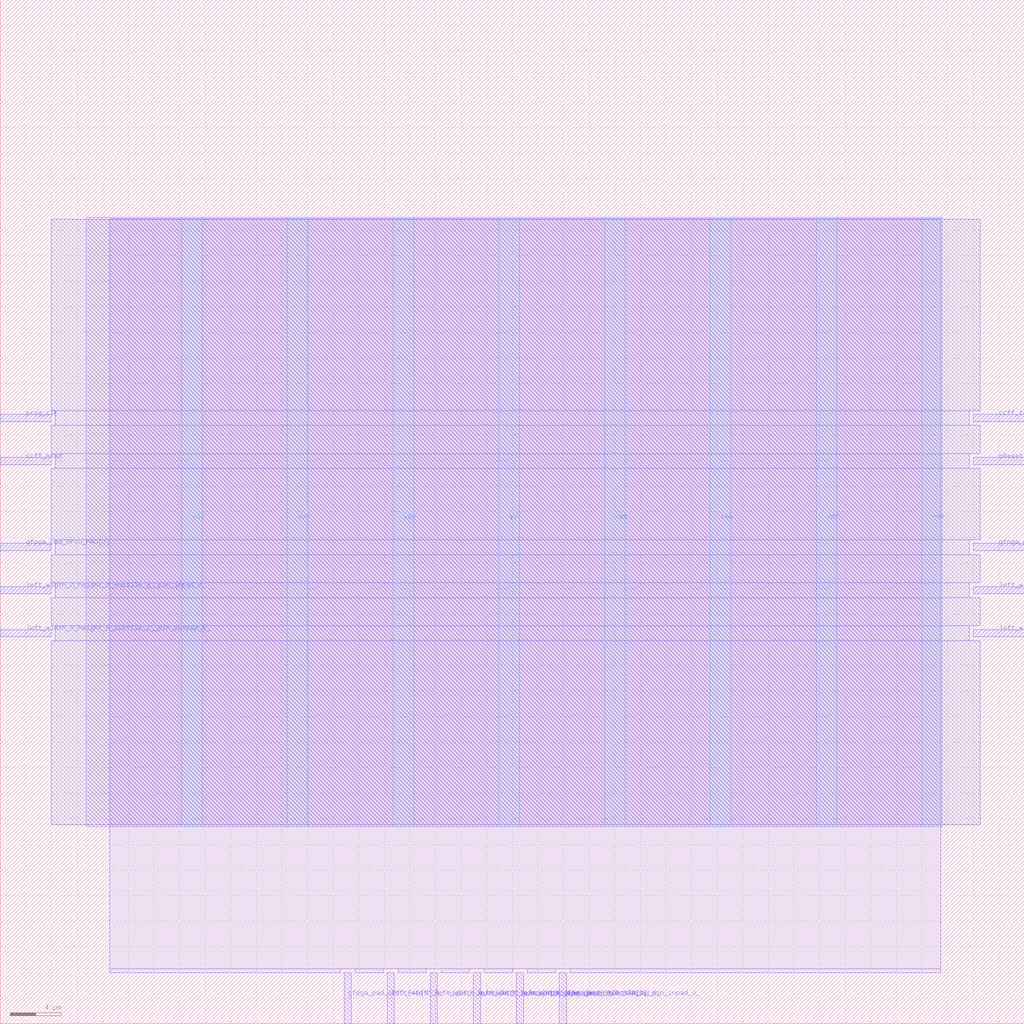
<source format=lef>
VERSION 5.7 ;
  NOWIREEXTENSIONATPIN ON ;
  DIVIDERCHAR "/" ;
  BUSBITCHARS "[]" ;
MACRO grid_io_right
  CLASS BLOCK ;
  FOREIGN grid_io_right ;
  ORIGIN 0.000 0.000 ;
  SIZE 80.000 BY 80.000 ;
  PIN ccff_head
    DIRECTION INPUT ;
    USE SIGNAL ;
    ANTENNAGATEAREA 0.741000 ;
    ANTENNADIFFAREA 0.410400 ;
    PORT
      LAYER Metal3 ;
        RECT 0.000 43.680 4.000 44.240 ;
    END
  END ccff_head
  PIN ccff_tail
    DIRECTION OUTPUT TRISTATE ;
    USE SIGNAL ;
    ANTENNADIFFAREA 1.986000 ;
    PORT
      LAYER Metal3 ;
        RECT 76.000 47.040 80.000 47.600 ;
    END
  END ccff_tail
  PIN gfpga_pad_GPIO_PAD[0]
    DIRECTION INOUT ;
    USE SIGNAL ;
    ANTENNADIFFAREA 2.080400 ;
    PORT
      LAYER Metal3 ;
        RECT 76.000 36.960 80.000 37.520 ;
    END
  END gfpga_pad_GPIO_PAD[0]
  PIN gfpga_pad_GPIO_PAD[1]
    DIRECTION INOUT ;
    USE SIGNAL ;
    ANTENNADIFFAREA 2.080400 ;
    PORT
      LAYER Metal2 ;
        RECT 43.680 0.000 44.240 4.000 ;
    END
  END gfpga_pad_GPIO_PAD[1]
  PIN gfpga_pad_GPIO_PAD[2]
    DIRECTION INOUT ;
    USE SIGNAL ;
    ANTENNADIFFAREA 2.080400 ;
    PORT
      LAYER Metal3 ;
        RECT 0.000 36.960 4.000 37.520 ;
    END
  END gfpga_pad_GPIO_PAD[2]
  PIN gfpga_pad_GPIO_PAD[3]
    DIRECTION INOUT ;
    USE SIGNAL ;
    ANTENNADIFFAREA 2.080400 ;
    PORT
      LAYER Metal2 ;
        RECT 26.880 0.000 27.440 4.000 ;
    END
  END gfpga_pad_GPIO_PAD[3]
  PIN left_width_0_height_0_subtile_0__pin_inpad_0_
    DIRECTION OUTPUT TRISTATE ;
    USE SIGNAL ;
    ANTENNADIFFAREA 1.986000 ;
    PORT
      LAYER Metal3 ;
        RECT 76.000 33.600 80.000 34.160 ;
    END
  END left_width_0_height_0_subtile_0__pin_inpad_0_
  PIN left_width_0_height_0_subtile_0__pin_outpad_0_
    DIRECTION INPUT ;
    USE SIGNAL ;
    ANTENNAGATEAREA 0.741000 ;
    ANTENNADIFFAREA 0.410400 ;
    PORT
      LAYER Metal3 ;
        RECT 76.000 30.240 80.000 30.800 ;
    END
  END left_width_0_height_0_subtile_0__pin_outpad_0_
  PIN left_width_0_height_0_subtile_1__pin_inpad_0_
    DIRECTION OUTPUT TRISTATE ;
    USE SIGNAL ;
    ANTENNADIFFAREA 2.080400 ;
    PORT
      LAYER Metal2 ;
        RECT 40.320 0.000 40.880 4.000 ;
    END
  END left_width_0_height_0_subtile_1__pin_inpad_0_
  PIN left_width_0_height_0_subtile_1__pin_outpad_0_
    DIRECTION INPUT ;
    USE SIGNAL ;
    ANTENNAGATEAREA 0.741000 ;
    ANTENNADIFFAREA 0.410400 ;
    PORT
      LAYER Metal2 ;
        RECT 36.960 0.000 37.520 4.000 ;
    END
  END left_width_0_height_0_subtile_1__pin_outpad_0_
  PIN left_width_0_height_0_subtile_2__pin_inpad_0_
    DIRECTION OUTPUT TRISTATE ;
    USE SIGNAL ;
    ANTENNADIFFAREA 2.080400 ;
    PORT
      LAYER Metal3 ;
        RECT 0.000 33.600 4.000 34.160 ;
    END
  END left_width_0_height_0_subtile_2__pin_inpad_0_
  PIN left_width_0_height_0_subtile_2__pin_outpad_0_
    DIRECTION INPUT ;
    USE SIGNAL ;
    ANTENNAGATEAREA 0.741000 ;
    ANTENNADIFFAREA 0.410400 ;
    PORT
      LAYER Metal3 ;
        RECT 0.000 30.240 4.000 30.800 ;
    END
  END left_width_0_height_0_subtile_2__pin_outpad_0_
  PIN left_width_0_height_0_subtile_3__pin_inpad_0_
    DIRECTION OUTPUT TRISTATE ;
    USE SIGNAL ;
    ANTENNADIFFAREA 2.080400 ;
    PORT
      LAYER Metal2 ;
        RECT 33.600 0.000 34.160 4.000 ;
    END
  END left_width_0_height_0_subtile_3__pin_inpad_0_
  PIN left_width_0_height_0_subtile_3__pin_outpad_0_
    DIRECTION INPUT ;
    USE SIGNAL ;
    ANTENNAGATEAREA 0.741000 ;
    ANTENNADIFFAREA 0.410400 ;
    PORT
      LAYER Metal2 ;
        RECT 30.240 0.000 30.800 4.000 ;
    END
  END left_width_0_height_0_subtile_3__pin_outpad_0_
  PIN pReset
    DIRECTION INPUT ;
    USE SIGNAL ;
    ANTENNAGATEAREA 0.726000 ;
    ANTENNADIFFAREA 0.410400 ;
    PORT
      LAYER Metal3 ;
        RECT 76.000 43.680 80.000 44.240 ;
    END
  END pReset
  PIN prog_clk
    DIRECTION INPUT ;
    USE SIGNAL ;
    ANTENNAGATEAREA 4.738000 ;
    ANTENNADIFFAREA 0.410400 ;
    PORT
      LAYER Metal3 ;
        RECT 0.000 47.040 4.000 47.600 ;
    END
  END prog_clk
  PIN vdd
    DIRECTION INOUT ;
    USE POWER ;
    PORT
      LAYER Metal4 ;
        RECT 14.180 15.380 15.780 63.020 ;
    END
    PORT
      LAYER Metal4 ;
        RECT 30.700 15.380 32.300 63.020 ;
    END
    PORT
      LAYER Metal4 ;
        RECT 47.220 15.380 48.820 63.020 ;
    END
    PORT
      LAYER Metal4 ;
        RECT 63.740 15.380 65.340 63.020 ;
    END
  END vdd
  PIN vss
    DIRECTION INOUT ;
    USE GROUND ;
    PORT
      LAYER Metal4 ;
        RECT 22.440 15.380 24.040 63.020 ;
    END
    PORT
      LAYER Metal4 ;
        RECT 38.960 15.380 40.560 63.020 ;
    END
    PORT
      LAYER Metal4 ;
        RECT 55.480 15.380 57.080 63.020 ;
    END
    PORT
      LAYER Metal4 ;
        RECT 72.000 15.380 73.600 63.020 ;
    END
  END vss
  OBS
      LAYER Metal1 ;
        RECT 6.720 15.380 73.600 63.020 ;
      LAYER Metal2 ;
        RECT 8.540 4.300 73.460 62.910 ;
        RECT 8.540 4.000 26.580 4.300 ;
        RECT 27.740 4.000 29.940 4.300 ;
        RECT 31.100 4.000 33.300 4.300 ;
        RECT 34.460 4.000 36.660 4.300 ;
        RECT 37.820 4.000 40.020 4.300 ;
        RECT 41.180 4.000 43.380 4.300 ;
        RECT 44.540 4.000 73.460 4.300 ;
      LAYER Metal3 ;
        RECT 4.000 47.900 76.580 62.860 ;
        RECT 4.300 46.740 75.700 47.900 ;
        RECT 4.000 44.540 76.580 46.740 ;
        RECT 4.300 43.380 75.700 44.540 ;
        RECT 4.000 37.820 76.580 43.380 ;
        RECT 4.300 36.660 75.700 37.820 ;
        RECT 4.000 34.460 76.580 36.660 ;
        RECT 4.300 33.300 75.700 34.460 ;
        RECT 4.000 31.100 76.580 33.300 ;
        RECT 4.300 29.940 75.700 31.100 ;
        RECT 4.000 15.540 76.580 29.940 ;
  END
END grid_io_right
END LIBRARY


</source>
